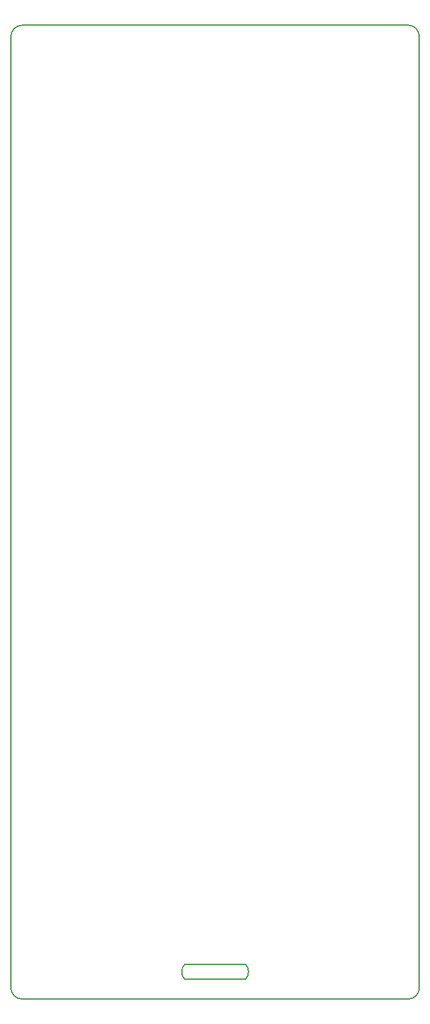
<source format=gm1>
G04 #@! TF.FileFunction,Profile,NP*
%FSLAX46Y46*%
G04 Gerber Fmt 4.6, Leading zero omitted, Abs format (unit mm)*
G04 Created by KiCad (PCBNEW 4.0.7-e2-6376~58~ubuntu16.04.1) date Thu May  2 11:57:46 2019*
%MOMM*%
%LPD*%
G01*
G04 APERTURE LIST*
%ADD10C,0.100000*%
%ADD11C,0.150000*%
G04 APERTURE END LIST*
D10*
D11*
X187963000Y-141240000D02*
X195963000Y-141240000D01*
X187963000Y-139240000D02*
X195963000Y-139240000D01*
X195963000Y-141240000D02*
G75*
G03X195963000Y-139240000I-1000000J1000000D01*
G01*
X187963000Y-139240000D02*
G75*
G03X187963000Y-141240000I1000000J-1000000D01*
G01*
X166470500Y-15255000D02*
G75*
G03X164973000Y-16752500I0J-1497500D01*
G01*
X218948000Y-16740000D02*
G75*
G03X217448000Y-15240000I-1500000J0D01*
G01*
X217448000Y-143840000D02*
G75*
G03X218948000Y-142340000I0J1500000D01*
G01*
X164973000Y-142340000D02*
G75*
G03X166473000Y-143840000I1500000J0D01*
G01*
X166473000Y-143840000D02*
X217453000Y-143840000D01*
X164973000Y-16740000D02*
X164973000Y-142340000D01*
X218953000Y-16740000D02*
X218953000Y-142340000D01*
X166473000Y-15240000D02*
X217453000Y-15240000D01*
M02*

</source>
